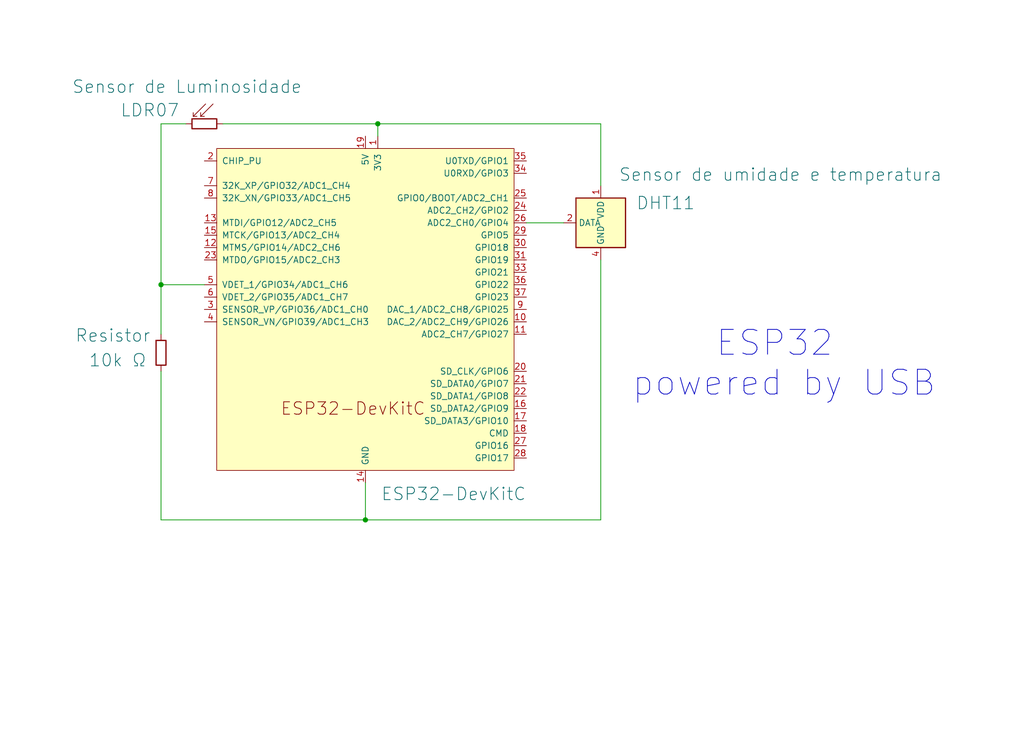
<source format=kicad_sch>
(kicad_sch (version 20250114) (generator "eeschema") (generator_version "9.0")
  (paper "User" 209.982 154.94)
  (title_block (title "Controle de Ambiente IoT") (date "04/12/2025") (rev "1.0"))
  (lib_symbols
    (symbol "Device:R" (pin_numbers (hide yes)) (pin_names (offset 0))
      (property "Reference" "R" (at 2.032 0 90))
      (property "Value" "R" (at 0 0 90))
      (symbol "R_0_1"
        (rectangle (start -1.016 -2.54) (end 1.016 2.54) (stroke (width 0.254)))
      )
      (symbol "R_1_1"
        (pin passive line (at 0 3.81 270) (length 1.27) (name "~") (number "1"))
        (pin passive line (at 0 -3.81 90) (length 1.27) (name "~") (number "2"))
      )
    )
    (symbol "PCM_Espressif:ESP32-DevKitC" (pin_names (offset 1.016))
      (property "Reference" "U" (at -30.48 38.1 0))
      (property "Value" "ESP32-DevKitC" (at -30.48 35.56 0))
      (symbol "ESP32-DevKitC_0_0"
        (text "ESP32-DevKitC" (at -2.54 -20.32 0) (effects (font (size 2.54 2.54))))
        (pin power_in line (at 0 35.56 270) (length 2.54) (name "5V") (number "19"))
        (pin power_in line (at 0 -35.56 90) (length 2.54) (name "GND") (number "14"))
      )
      (symbol "ESP32-DevKitC_0_1"
        (rectangle (start -30.48 33.02) (end 30.48 -33.02) (fill (type background)))
      )
      (symbol "ESP32-DevKitC_1_1"
        (pin input line (at -33.02 30.48 0) (length 2.54) (name "CHIP_PU") (number "2"))
        (pin bidirectional line (at -33.02 25.4 0) (length 2.54) (name "32K_XP/GPIO32/ADC1_CH4") (number "7"))
        (pin bidirectional line (at -33.02 22.86 0) (length 2.54) (name "32K_XN/GPIO33/ADC1_CH5") (number "8"))
        (pin bidirectional line (at -33.02 17.78 0) (length 2.54) (name "MTDI/GPIO12/ADC2_CH5") (number "13"))
        (pin bidirectional line (at -33.02 15.24 0) (length 2.54) (name "MTCK/GPIO13/ADC2_CH4") (number "15"))
        (pin bidirectional line (at -33.02 12.7 0) (length 2.54) (name "MTMS/GPIO14/ADC2_CH6") (number "12"))
        (pin bidirectional line (at -33.02 10.16 0) (length 2.54) (name "MTDO/GPIO15/ADC2_CH3") (number "23"))
        (pin input line (at -33.02 5.08 0) (length 2.54) (name "VDET_1/GPIO34/ADC1_CH6") (number "5"))
        (pin input line (at -33.02 2.54 0) (length 2.54) (name "VDET_2/GPIO35/ADC1_CH7") (number "6"))
        (pin input line (at -33.02 0 0) (length 2.54) (name "SENSOR_VP/GPIO36/ADC1_CH0") (number "3"))
        (pin input line (at -33.02 -2.54 0) (length 2.54) (name "SENSOR_VN/GPIO39/ADC1_CH3") (number "4"))
        (pin passive line (at 0 -35.56 90) (length 2.54) (hide yes) (name "GND") (number "32"))
        (pin passive line (at 0 -35.56 90) (length 2.54) (hide yes) (name "GND") (number "38"))
        (pin power_in line (at 2.54 35.56 270) (length 2.54) (name "3V3") (number "1"))
        (pin bidirectional line (at 33.02 30.48 180) (length 2.54) (name "U0TXD/GPIO1") (number "35"))
        (pin bidirectional line (at 33.02 27.94 180) (length 2.54) (name "U0RXD/GPIO3") (number "34"))
        (pin bidirectional line (at 33.02 22.86 180) (length 2.54) (name "GPIO0/BOOT/ADC2_CH1") (number "25"))
        (pin bidirectional line (at 33.02 20.32 180) (length 2.54) (name "ADC2_CH2/GPIO2") (number "24"))
        (pin bidirectional line (at 33.02 17.78 180) (length 2.54) (name "ADC2_CH0/GPIO4") (number "26"))
        (pin bidirectional line (at 33.02 15.24 180) (length 2.54) (name "GPIO5") (number "29"))
        (pin bidirectional line (at 33.02 12.7 180) (length 2.54) (name "GPIO18") (number "30"))
        (pin bidirectional line (at 33.02 10.16 180) (length 2.54) (name "GPIO19") (number "31"))
        (pin bidirectional line (at 33.02 7.62 180) (length 2.54) (name "GPIO21") (number "33"))
        (pin bidirectional line (at 33.02 5.08 180) (length 2.54) (name "GPIO22") (number "36"))
        (pin bidirectional line (at 33.02 2.54 180) (length 2.54) (name "GPIO23") (number "37"))
        (pin bidirectional line (at 33.02 0 180) (length 2.54) (name "DAC_1/ADC2_CH8/GPIO25") (number "9"))
        (pin bidirectional line (at 33.02 -2.54 180) (length 2.54) (name "DAC_2/ADC2_CH9/GPIO26") (number "10"))
        (pin bidirectional line (at 33.02 -5.08 180) (length 2.54) (name "ADC2_CH7/GPIO27") (number "11"))
        (pin bidirectional line (at 33.02 -12.7 180) (length 2.54) (name "SD_CLK/GPIO6") (number "20"))
        (pin bidirectional line (at 33.02 -15.24 180) (length 2.54) (name "SD_DATA0/GPIO7") (number "21"))
        (pin bidirectional line (at 33.02 -17.78 180) (length 2.54) (name "SD_DATA1/GPIO8") (number "22"))
        (pin bidirectional line (at 33.02 -20.32 180) (length 2.54) (name "SD_DATA2/GPIO9") (number "16"))
        (pin bidirectional line (at 33.02 -22.86 180) (length 2.54) (name "SD_DATA3/GPIO10") (number "17"))
        (pin bidirectional line (at 33.02 -25.4 180) (length 2.54) (name "CMD") (number "18"))
        (pin bidirectional line (at 33.02 -27.94 180) (length 2.54) (name "GPIO16") (number "27"))
        (pin bidirectional line (at 33.02 -30.48 180) (length 2.54) (name "GPIO17") (number "28"))
      )
    )
    (symbol "Sensor:DHT11"
      (property "Reference" "U" (at -3.81 6.35 0))
      (property "Value" "DHT11" (at 3.81 6.35 0))
      (symbol "DHT11_0_1"
        (rectangle (start -5.08 5.08) (end 5.08 -5.08) (stroke (width 0.254)) (fill (type background)))
      )
      (symbol "DHT11_1_1"
        (pin no_connect line (at -5.08 0 0) (length 2.54) (hide yes) (name "NC") (number "3"))
        (pin power_in line (at 0 7.62 270) (length 2.54) (name "VDD") (number "1"))
        (pin power_in line (at 0 -7.62 90) (length 2.54) (name "GND") (number "4"))
        (pin bidirectional line (at 7.62 0 180) (length 2.54) (name "DATA") (number "2"))
      )
    )
    (symbol "Sensor_Optical:LDR07" (pin_numbers (hide yes)) (pin_names (offset 0))
      (property "Reference" "R" (at -5.08 0 90))
      (property "Value" "LDR07" (at 1.905 0 90))
      (symbol "LDR07_0_1"
        (polyline (pts (xy -1.524 -0.762) (xy -4.064 1.778)))
        (polyline (pts (xy -1.524 -0.762) (xy -2.286 -0.762)))
        (polyline (pts (xy -1.524 -0.762) (xy -1.524 0)))
        (polyline (pts (xy -1.524 -2.286) (xy -4.064 0.254)))
        (polyline (pts (xy -1.524 -2.286) (xy -2.286 -2.286)))
        (polyline (pts (xy -1.524 -2.286) (xy -1.524 -1.524)))
        (rectangle (start -1.016 2.54) (end 1.016 -2.54) (stroke (width 0.254)))
      )
      (symbol "LDR07_1_1"
        (pin passive line (at 0 3.81 270) (length 1.27) (name "~") (number "1"))
        (pin passive line (at 0 -3.81 90) (length 1.27) (name "~") (number "2"))
      )
    )
  )
  (text "ESP32 \npowered by USB\n" (at 160.782 74.676 0) (effects (font (size 5.08 5.08))))
  (junction (at 74.93 106.68))
  (junction (at 33.02 58.42))
  (junction (at 77.47 25.4))
  (wire (pts (xy 107.95 45.72) (xy 115.57 45.72)))
  (wire (pts (xy 123.19 53.34) (xy 123.19 106.68)))
  (wire (pts (xy 77.47 25.4) (xy 123.19 25.4)))
  (wire (pts (xy 45.72 25.4) (xy 77.47 25.4)))
  (wire (pts (xy 33.02 58.42) (xy 33.02 68.58)))
  (wire (pts (xy 74.93 106.68) (xy 123.19 106.68)))
  (wire (pts (xy 74.93 99.06) (xy 74.93 106.68)))
  (wire (pts (xy 33.02 25.4) (xy 38.1 25.4)))
  (wire (pts (xy 77.47 25.4) (xy 77.47 27.94)))
  (wire (pts (xy 33.02 25.4) (xy 33.02 58.42)))
  (wire (pts (xy 123.19 25.4) (xy 123.19 38.1)))
  (wire (pts (xy 33.02 58.42) (xy 41.91 58.42)))
  (wire (pts (xy 33.02 76.2) (xy 33.02 106.68)))
  (wire (pts (xy 33.02 106.68) (xy 74.93 106.68)))
  (symbol (lib_id "Device:R") (at 33.02 72.39 180) (unit 1)
    (property "Reference" "Resistor" (at 15.24 68.834 0) (effects (font (size 2.54 2.54)) (justify right)))
    (property "Value" "10k Ω" (at 18.034 73.914 0) (effects (font (size 2.54 2.54)) (justify right)))
    (property "Description" "Resistor" (effects (hide yes)))
  )
  (symbol (lib_id "Sensor:DHT11") (at 123.19 45.72 0) (mirror y) (unit 1)
    (property "Reference" "DHT11" (at 130.302 41.656 0) (effects (font (size 2.54 2.54)) (justify right)))
    (property "Value" "Sensor de umidade e temperatura" (at 126.746 35.814 0) (effects (font (size 2.54 2.54)) (justify right)))
    (property "Footprint" "Sensor:Aosong_DHT11_5.5x12.0_P2.54mm" (effects (hide yes)))
    (property "Datasheet" "http://akizukidenshi.com/download/ds/aosong/DHT11.pdf" (effects (hide yes)))
    (property "Description" "3.3V to 5.5V, temperature and humidity module, DHT11" (effects (hide yes)))
  )
  (symbol (lib_id "PCM_Espressif:ESP32-DevKitC") (at 74.93 63.5 0) (unit 1)
    (property "Reference" "U1" (effects (hide yes)))
    (property "Value" "ESP32-DevKitC" (at 77.978 101.346 0) (effects (font (size 2.54 2.54)) (justify left)))
    (property "Footprint" "PCM_Espressif:ESP32-DevKitC" (effects (hide yes)))
    (property "Datasheet" "https://docs.espressif.com/projects/esp-idf/zh_CN/latest/esp32/hw-reference/esp32/get-started-devkitc.html" (effects (hide yes)))
    (property "Description" "Development Kit" (effects (hide yes)))
  )
  (symbol (lib_id "Sensor_Optical:LDR07") (at 41.91 25.4 270) (unit 1)
    (property "Reference" "LDR07" (at 30.734 22.606 90) (effects (font (size 2.54 2.54))))
    (property "Value" "Sensor de Luminosidade" (at 38.354 17.78 90) (effects (font (size 2.54 2.54))))
    (property "Footprint" "OptoDevice:R_LDR_5.1x4.3mm_P3.4mm_Vertical" (effects (hide yes)))
    (property "Datasheet" "http://www.tme.eu/de/Document/f2e3ad76a925811312d226c31da4cd7e/LDR07.pdf" (effects (hide yes)))
    (property "Description" "light dependent resistor" (effects (hide yes)))
  )
)
</source>
